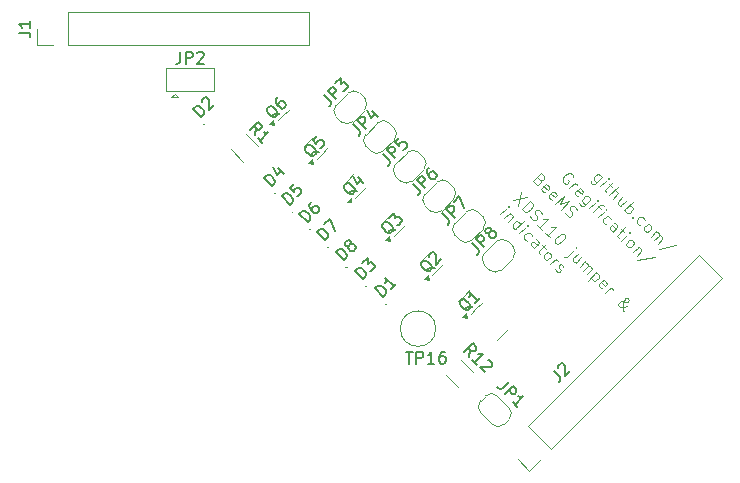
<source format=gbr>
%TF.GenerationSoftware,KiCad,Pcbnew,9.0.2*%
%TF.CreationDate,2025-07-19T22:24:43-05:00*%
%TF.ProjectId,XDS110 onboard prog breakout,58445331-3130-4206-9f6e-626f61726420,rev?*%
%TF.SameCoordinates,Original*%
%TF.FileFunction,Legend,Top*%
%TF.FilePolarity,Positive*%
%FSLAX46Y46*%
G04 Gerber Fmt 4.6, Leading zero omitted, Abs format (unit mm)*
G04 Created by KiCad (PCBNEW 9.0.2) date 2025-07-19 22:24:43*
%MOMM*%
%LPD*%
G01*
G04 APERTURE LIST*
%ADD10C,0.100000*%
%ADD11C,0.150000*%
%ADD12C,0.120000*%
G04 APERTURE END LIST*
D10*
X126433257Y-108311812D02*
X126197554Y-109490324D01*
X126904661Y-108783217D02*
X125726150Y-109018919D01*
X126466929Y-109759698D02*
X127174035Y-109052591D01*
X127174035Y-109052591D02*
X127342394Y-109220950D01*
X127342394Y-109220950D02*
X127409738Y-109355637D01*
X127409738Y-109355637D02*
X127409738Y-109490324D01*
X127409738Y-109490324D02*
X127376066Y-109591339D01*
X127376066Y-109591339D02*
X127275051Y-109759698D01*
X127275051Y-109759698D02*
X127174035Y-109860713D01*
X127174035Y-109860713D02*
X127005677Y-109961728D01*
X127005677Y-109961728D02*
X126904661Y-109995400D01*
X126904661Y-109995400D02*
X126769974Y-109995400D01*
X126769974Y-109995400D02*
X126635287Y-109928057D01*
X126635287Y-109928057D02*
X126466929Y-109759698D01*
X127174035Y-110399461D02*
X127241379Y-110534148D01*
X127241379Y-110534148D02*
X127409738Y-110702507D01*
X127409738Y-110702507D02*
X127510753Y-110736179D01*
X127510753Y-110736179D02*
X127578096Y-110736179D01*
X127578096Y-110736179D02*
X127679112Y-110702507D01*
X127679112Y-110702507D02*
X127746455Y-110635163D01*
X127746455Y-110635163D02*
X127780127Y-110534148D01*
X127780127Y-110534148D02*
X127780127Y-110466805D01*
X127780127Y-110466805D02*
X127746455Y-110365789D01*
X127746455Y-110365789D02*
X127645440Y-110197431D01*
X127645440Y-110197431D02*
X127611768Y-110096415D01*
X127611768Y-110096415D02*
X127611768Y-110029072D01*
X127611768Y-110029072D02*
X127645440Y-109928057D01*
X127645440Y-109928057D02*
X127712783Y-109860713D01*
X127712783Y-109860713D02*
X127813799Y-109827041D01*
X127813799Y-109827041D02*
X127881142Y-109827041D01*
X127881142Y-109827041D02*
X127982157Y-109860713D01*
X127982157Y-109860713D02*
X128150516Y-110029072D01*
X128150516Y-110029072D02*
X128217860Y-110163759D01*
X128217860Y-111510629D02*
X127813799Y-111106568D01*
X128015829Y-111308598D02*
X128722936Y-110601492D01*
X128722936Y-110601492D02*
X128554577Y-110635163D01*
X128554577Y-110635163D02*
X128419890Y-110635163D01*
X128419890Y-110635163D02*
X128318875Y-110601492D01*
X128891295Y-112184064D02*
X128487234Y-111780003D01*
X128689264Y-111982033D02*
X129396371Y-111274927D01*
X129396371Y-111274927D02*
X129228012Y-111308598D01*
X129228012Y-111308598D02*
X129093325Y-111308598D01*
X129093325Y-111308598D02*
X128992310Y-111274927D01*
X130036134Y-111914690D02*
X130103478Y-111982034D01*
X130103478Y-111982034D02*
X130137150Y-112083049D01*
X130137150Y-112083049D02*
X130137150Y-112150392D01*
X130137150Y-112150392D02*
X130103478Y-112251408D01*
X130103478Y-112251408D02*
X130002463Y-112419766D01*
X130002463Y-112419766D02*
X129834104Y-112588125D01*
X129834104Y-112588125D02*
X129665745Y-112689140D01*
X129665745Y-112689140D02*
X129564730Y-112722812D01*
X129564730Y-112722812D02*
X129497386Y-112722812D01*
X129497386Y-112722812D02*
X129396371Y-112689140D01*
X129396371Y-112689140D02*
X129329028Y-112621797D01*
X129329028Y-112621797D02*
X129295356Y-112520782D01*
X129295356Y-112520782D02*
X129295356Y-112453438D01*
X129295356Y-112453438D02*
X129329028Y-112352423D01*
X129329028Y-112352423D02*
X129430043Y-112184064D01*
X129430043Y-112184064D02*
X129598402Y-112015705D01*
X129598402Y-112015705D02*
X129766760Y-111914690D01*
X129766760Y-111914690D02*
X129867776Y-111881018D01*
X129867776Y-111881018D02*
X129935119Y-111881018D01*
X129935119Y-111881018D02*
X130036134Y-111914690D01*
X130877928Y-113227889D02*
X130271837Y-113833980D01*
X130271837Y-113833980D02*
X130170821Y-113867652D01*
X130170821Y-113867652D02*
X130069806Y-113833980D01*
X130069806Y-113833980D02*
X130036134Y-113800308D01*
X131113631Y-112992186D02*
X131046287Y-112992186D01*
X131046287Y-112992186D02*
X131046287Y-113059530D01*
X131046287Y-113059530D02*
X131113631Y-113059530D01*
X131113631Y-113059530D02*
X131113631Y-112992186D01*
X131113631Y-112992186D02*
X131046287Y-113059530D01*
X131517691Y-113867651D02*
X131046287Y-114339056D01*
X131214645Y-113564606D02*
X130844256Y-113934995D01*
X130844256Y-113934995D02*
X130810584Y-114036010D01*
X130810584Y-114036010D02*
X130844256Y-114137025D01*
X130844256Y-114137025D02*
X130945271Y-114238041D01*
X130945271Y-114238041D02*
X131046287Y-114271712D01*
X131046287Y-114271712D02*
X131113630Y-114271712D01*
X131383004Y-114675774D02*
X131854409Y-114204369D01*
X131787065Y-114271713D02*
X131854409Y-114271713D01*
X131854409Y-114271713D02*
X131955424Y-114305384D01*
X131955424Y-114305384D02*
X132056439Y-114406400D01*
X132056439Y-114406400D02*
X132090111Y-114507415D01*
X132090111Y-114507415D02*
X132056439Y-114608430D01*
X132056439Y-114608430D02*
X131686050Y-114978819D01*
X132056439Y-114608430D02*
X132157455Y-114574758D01*
X132157455Y-114574758D02*
X132258470Y-114608430D01*
X132258470Y-114608430D02*
X132359485Y-114709445D01*
X132359485Y-114709445D02*
X132393157Y-114810461D01*
X132393157Y-114810461D02*
X132359485Y-114911476D01*
X132359485Y-114911476D02*
X131989096Y-115281865D01*
X132797218Y-115147178D02*
X132090111Y-115854285D01*
X132763546Y-115180850D02*
X132864561Y-115214521D01*
X132864561Y-115214521D02*
X132999248Y-115349208D01*
X132999248Y-115349208D02*
X133032920Y-115450224D01*
X133032920Y-115450224D02*
X133032920Y-115517567D01*
X133032920Y-115517567D02*
X132999248Y-115618582D01*
X132999248Y-115618582D02*
X132797218Y-115820613D01*
X132797218Y-115820613D02*
X132696202Y-115854285D01*
X132696202Y-115854285D02*
X132628859Y-115854285D01*
X132628859Y-115854285D02*
X132527844Y-115820613D01*
X132527844Y-115820613D02*
X132393157Y-115685926D01*
X132393157Y-115685926D02*
X132359485Y-115584911D01*
X133268622Y-116494048D02*
X133167607Y-116460376D01*
X133167607Y-116460376D02*
X133032920Y-116325689D01*
X133032920Y-116325689D02*
X132999248Y-116224674D01*
X132999248Y-116224674D02*
X133032920Y-116123659D01*
X133032920Y-116123659D02*
X133302294Y-115854285D01*
X133302294Y-115854285D02*
X133403309Y-115820613D01*
X133403309Y-115820613D02*
X133504324Y-115854285D01*
X133504324Y-115854285D02*
X133639011Y-115988972D01*
X133639011Y-115988972D02*
X133672683Y-116089987D01*
X133672683Y-116089987D02*
X133639011Y-116191002D01*
X133639011Y-116191002D02*
X133571668Y-116258346D01*
X133571668Y-116258346D02*
X133167607Y-115988972D01*
X133571668Y-116864437D02*
X134043073Y-116393033D01*
X133908386Y-116527720D02*
X134009401Y-116494048D01*
X134009401Y-116494048D02*
X134076744Y-116494048D01*
X134076744Y-116494048D02*
X134177760Y-116527720D01*
X134177760Y-116527720D02*
X134245103Y-116595063D01*
X135120569Y-118413338D02*
X135086897Y-118379667D01*
X135086897Y-118379667D02*
X135053226Y-118278651D01*
X135053226Y-118278651D02*
X135053226Y-118076621D01*
X135053226Y-118076621D02*
X135086897Y-117706232D01*
X135086897Y-117706232D02*
X135120569Y-117537873D01*
X135120569Y-117537873D02*
X135187913Y-117403186D01*
X135187913Y-117403186D02*
X135255256Y-117335842D01*
X135255256Y-117335842D02*
X135356271Y-117302171D01*
X135356271Y-117302171D02*
X135457287Y-117335842D01*
X135457287Y-117335842D02*
X135490958Y-117369514D01*
X135490958Y-117369514D02*
X135524630Y-117470529D01*
X135524630Y-117470529D02*
X135490958Y-117571545D01*
X135490958Y-117571545D02*
X135457287Y-117605216D01*
X135457287Y-117605216D02*
X135356271Y-117638888D01*
X135356271Y-117638888D02*
X135288928Y-117638888D01*
X135288928Y-117638888D02*
X134952210Y-117571545D01*
X134952210Y-117571545D02*
X134884867Y-117571545D01*
X134884867Y-117571545D02*
X134783852Y-117605216D01*
X134783852Y-117605216D02*
X134682836Y-117706232D01*
X134682836Y-117706232D02*
X134649165Y-117807247D01*
X134649165Y-117807247D02*
X134649165Y-117874590D01*
X134649165Y-117874590D02*
X134682836Y-117975606D01*
X134682836Y-117975606D02*
X134783852Y-118076621D01*
X134783852Y-118076621D02*
X134884867Y-118110293D01*
X134884867Y-118110293D02*
X134952210Y-118110293D01*
X134952210Y-118110293D02*
X135187913Y-118076621D01*
X135187913Y-118076621D02*
X135322600Y-118009277D01*
X135322600Y-118009277D02*
X135389943Y-117941934D01*
X124655091Y-110224665D02*
X125126496Y-109753260D01*
X125362198Y-109517558D02*
X125294855Y-109517558D01*
X125294855Y-109517558D02*
X125294855Y-109584901D01*
X125294855Y-109584901D02*
X125362198Y-109584901D01*
X125362198Y-109584901D02*
X125362198Y-109517558D01*
X125362198Y-109517558D02*
X125294855Y-109584901D01*
X125463213Y-110089977D02*
X124991809Y-110561382D01*
X125395870Y-110157321D02*
X125463213Y-110157321D01*
X125463213Y-110157321D02*
X125564228Y-110190993D01*
X125564228Y-110190993D02*
X125665244Y-110292008D01*
X125665244Y-110292008D02*
X125698915Y-110393023D01*
X125698915Y-110393023D02*
X125665244Y-110494038D01*
X125665244Y-110494038D02*
X125294854Y-110864428D01*
X125934618Y-111504191D02*
X126641725Y-110797084D01*
X125968290Y-111470519D02*
X125867274Y-111436848D01*
X125867274Y-111436848D02*
X125732587Y-111302161D01*
X125732587Y-111302161D02*
X125698915Y-111201145D01*
X125698915Y-111201145D02*
X125698915Y-111133802D01*
X125698915Y-111133802D02*
X125732587Y-111032787D01*
X125732587Y-111032787D02*
X125934618Y-110830756D01*
X125934618Y-110830756D02*
X126035633Y-110797084D01*
X126035633Y-110797084D02*
X126102977Y-110797084D01*
X126102977Y-110797084D02*
X126203992Y-110830756D01*
X126203992Y-110830756D02*
X126338679Y-110965443D01*
X126338679Y-110965443D02*
X126372351Y-111066458D01*
X126271335Y-111840909D02*
X126742740Y-111369504D01*
X126978442Y-111133802D02*
X126911099Y-111133802D01*
X126911099Y-111133802D02*
X126911099Y-111201145D01*
X126911099Y-111201145D02*
X126978442Y-111201145D01*
X126978442Y-111201145D02*
X126978442Y-111133802D01*
X126978442Y-111133802D02*
X126911099Y-111201145D01*
X126944770Y-112447000D02*
X126843755Y-112413328D01*
X126843755Y-112413328D02*
X126709068Y-112278641D01*
X126709068Y-112278641D02*
X126675396Y-112177626D01*
X126675396Y-112177626D02*
X126675396Y-112110282D01*
X126675396Y-112110282D02*
X126709068Y-112009267D01*
X126709068Y-112009267D02*
X126911098Y-111807237D01*
X126911098Y-111807237D02*
X127012114Y-111773565D01*
X127012114Y-111773565D02*
X127079457Y-111773565D01*
X127079457Y-111773565D02*
X127180472Y-111807237D01*
X127180472Y-111807237D02*
X127315159Y-111941924D01*
X127315159Y-111941924D02*
X127348831Y-112042939D01*
X127517190Y-113086763D02*
X127887579Y-112716374D01*
X127887579Y-112716374D02*
X127921251Y-112615359D01*
X127921251Y-112615359D02*
X127887579Y-112514343D01*
X127887579Y-112514343D02*
X127752892Y-112379656D01*
X127752892Y-112379656D02*
X127651877Y-112345985D01*
X127550862Y-113053091D02*
X127449846Y-113019420D01*
X127449846Y-113019420D02*
X127281488Y-112851061D01*
X127281488Y-112851061D02*
X127247816Y-112750046D01*
X127247816Y-112750046D02*
X127281488Y-112649030D01*
X127281488Y-112649030D02*
X127348831Y-112581687D01*
X127348831Y-112581687D02*
X127449846Y-112548015D01*
X127449846Y-112548015D02*
X127550862Y-112581687D01*
X127550862Y-112581687D02*
X127719220Y-112750046D01*
X127719220Y-112750046D02*
X127820236Y-112783717D01*
X128224297Y-112851061D02*
X128493671Y-113120435D01*
X128561014Y-112716374D02*
X127954923Y-113322466D01*
X127954923Y-113322466D02*
X127921251Y-113423481D01*
X127921251Y-113423481D02*
X127954923Y-113524496D01*
X127954923Y-113524496D02*
X128022266Y-113591840D01*
X128358984Y-113928557D02*
X128325312Y-113827542D01*
X128325312Y-113827542D02*
X128325312Y-113760199D01*
X128325312Y-113760199D02*
X128358984Y-113659183D01*
X128358984Y-113659183D02*
X128561015Y-113457153D01*
X128561015Y-113457153D02*
X128662030Y-113423481D01*
X128662030Y-113423481D02*
X128729373Y-113423481D01*
X128729373Y-113423481D02*
X128830389Y-113457153D01*
X128830389Y-113457153D02*
X128931404Y-113558168D01*
X128931404Y-113558168D02*
X128965076Y-113659183D01*
X128965076Y-113659183D02*
X128965076Y-113726527D01*
X128965076Y-113726527D02*
X128931404Y-113827542D01*
X128931404Y-113827542D02*
X128729373Y-114029573D01*
X128729373Y-114029573D02*
X128628358Y-114063244D01*
X128628358Y-114063244D02*
X128561015Y-114063244D01*
X128561015Y-114063244D02*
X128459999Y-114029573D01*
X128459999Y-114029573D02*
X128358984Y-113928557D01*
X128897732Y-114467305D02*
X129369137Y-113995901D01*
X129234450Y-114130588D02*
X129335465Y-114096916D01*
X129335465Y-114096916D02*
X129402808Y-114096916D01*
X129402808Y-114096916D02*
X129503824Y-114130588D01*
X129503824Y-114130588D02*
X129571167Y-114197931D01*
X129335465Y-114837695D02*
X129369137Y-114938710D01*
X129369137Y-114938710D02*
X129503824Y-115073397D01*
X129503824Y-115073397D02*
X129604839Y-115107069D01*
X129604839Y-115107069D02*
X129705854Y-115073397D01*
X129705854Y-115073397D02*
X129739526Y-115039725D01*
X129739526Y-115039725D02*
X129773198Y-114938710D01*
X129773198Y-114938710D02*
X129739526Y-114837695D01*
X129739526Y-114837695D02*
X129638511Y-114736680D01*
X129638511Y-114736680D02*
X129604839Y-114635664D01*
X129604839Y-114635664D02*
X129638511Y-114534649D01*
X129638511Y-114534649D02*
X129672183Y-114500977D01*
X129672183Y-114500977D02*
X129773198Y-114467306D01*
X129773198Y-114467306D02*
X129874213Y-114500977D01*
X129874213Y-114500977D02*
X129975228Y-114601993D01*
X129975228Y-114601993D02*
X130008900Y-114703008D01*
X128011183Y-107289978D02*
X128078526Y-107424665D01*
X128078526Y-107424665D02*
X128078526Y-107492008D01*
X128078526Y-107492008D02*
X128044855Y-107593024D01*
X128044855Y-107593024D02*
X127943839Y-107694039D01*
X127943839Y-107694039D02*
X127842824Y-107727711D01*
X127842824Y-107727711D02*
X127775481Y-107727711D01*
X127775481Y-107727711D02*
X127674465Y-107694039D01*
X127674465Y-107694039D02*
X127405091Y-107424665D01*
X127405091Y-107424665D02*
X128112198Y-106717558D01*
X128112198Y-106717558D02*
X128347901Y-106953260D01*
X128347901Y-106953260D02*
X128381572Y-107054275D01*
X128381572Y-107054275D02*
X128381572Y-107121619D01*
X128381572Y-107121619D02*
X128347901Y-107222634D01*
X128347901Y-107222634D02*
X128280557Y-107289978D01*
X128280557Y-107289978D02*
X128179542Y-107323649D01*
X128179542Y-107323649D02*
X128112198Y-107323649D01*
X128112198Y-107323649D02*
X128011183Y-107289978D01*
X128011183Y-107289978D02*
X127775481Y-107054275D01*
X128415244Y-108367474D02*
X128314229Y-108333802D01*
X128314229Y-108333802D02*
X128179542Y-108199115D01*
X128179542Y-108199115D02*
X128145870Y-108098100D01*
X128145870Y-108098100D02*
X128179542Y-107997085D01*
X128179542Y-107997085D02*
X128448916Y-107727711D01*
X128448916Y-107727711D02*
X128549931Y-107694039D01*
X128549931Y-107694039D02*
X128650946Y-107727711D01*
X128650946Y-107727711D02*
X128785633Y-107862398D01*
X128785633Y-107862398D02*
X128819305Y-107963413D01*
X128819305Y-107963413D02*
X128785633Y-108064428D01*
X128785633Y-108064428D02*
X128718290Y-108131772D01*
X128718290Y-108131772D02*
X128314229Y-107862398D01*
X129021336Y-108973565D02*
X128920320Y-108939894D01*
X128920320Y-108939894D02*
X128785633Y-108805207D01*
X128785633Y-108805207D02*
X128751962Y-108704191D01*
X128751962Y-108704191D02*
X128785633Y-108603176D01*
X128785633Y-108603176D02*
X129055007Y-108333802D01*
X129055007Y-108333802D02*
X129156023Y-108300130D01*
X129156023Y-108300130D02*
X129257038Y-108333802D01*
X129257038Y-108333802D02*
X129391725Y-108468489D01*
X129391725Y-108468489D02*
X129425397Y-108569504D01*
X129425397Y-108569504D02*
X129391725Y-108670520D01*
X129391725Y-108670520D02*
X129324381Y-108737863D01*
X129324381Y-108737863D02*
X128920320Y-108468489D01*
X129324381Y-109343955D02*
X130031488Y-108636848D01*
X130031488Y-108636848D02*
X129762114Y-109377627D01*
X129762114Y-109377627D02*
X130502893Y-109108253D01*
X130502893Y-109108253D02*
X129795786Y-109815359D01*
X130132503Y-110084733D02*
X130199847Y-110219420D01*
X130199847Y-110219420D02*
X130368206Y-110387779D01*
X130368206Y-110387779D02*
X130469221Y-110421451D01*
X130469221Y-110421451D02*
X130536564Y-110421451D01*
X130536564Y-110421451D02*
X130637580Y-110387779D01*
X130637580Y-110387779D02*
X130704923Y-110320435D01*
X130704923Y-110320435D02*
X130738595Y-110219420D01*
X130738595Y-110219420D02*
X130738595Y-110152077D01*
X130738595Y-110152077D02*
X130704923Y-110051061D01*
X130704923Y-110051061D02*
X130603908Y-109882703D01*
X130603908Y-109882703D02*
X130570236Y-109781687D01*
X130570236Y-109781687D02*
X130570236Y-109714344D01*
X130570236Y-109714344D02*
X130603908Y-109613329D01*
X130603908Y-109613329D02*
X130671251Y-109545985D01*
X130671251Y-109545985D02*
X130772267Y-109512313D01*
X130772267Y-109512313D02*
X130839610Y-109512313D01*
X130839610Y-109512313D02*
X130940625Y-109545985D01*
X130940625Y-109545985D02*
X131108984Y-109714344D01*
X131108984Y-109714344D02*
X131176328Y-109849031D01*
X130848916Y-107021619D02*
X130815244Y-106920604D01*
X130815244Y-106920604D02*
X130714229Y-106819588D01*
X130714229Y-106819588D02*
X130579542Y-106752245D01*
X130579542Y-106752245D02*
X130444855Y-106752245D01*
X130444855Y-106752245D02*
X130343839Y-106785917D01*
X130343839Y-106785917D02*
X130175481Y-106886932D01*
X130175481Y-106886932D02*
X130074465Y-106987947D01*
X130074465Y-106987947D02*
X129973450Y-107156306D01*
X129973450Y-107156306D02*
X129939778Y-107257321D01*
X129939778Y-107257321D02*
X129939778Y-107392008D01*
X129939778Y-107392008D02*
X130007122Y-107526695D01*
X130007122Y-107526695D02*
X130074465Y-107594039D01*
X130074465Y-107594039D02*
X130209152Y-107661382D01*
X130209152Y-107661382D02*
X130276496Y-107661382D01*
X130276496Y-107661382D02*
X130512198Y-107425680D01*
X130512198Y-107425680D02*
X130377511Y-107290993D01*
X130512198Y-108031772D02*
X130983603Y-107560367D01*
X130848916Y-107695054D02*
X130949931Y-107661382D01*
X130949931Y-107661382D02*
X131017275Y-107661382D01*
X131017275Y-107661382D02*
X131118290Y-107695054D01*
X131118290Y-107695054D02*
X131185633Y-107762398D01*
X131252977Y-108705207D02*
X131151962Y-108671535D01*
X131151962Y-108671535D02*
X131017275Y-108536848D01*
X131017275Y-108536848D02*
X130983603Y-108435833D01*
X130983603Y-108435833D02*
X131017275Y-108334818D01*
X131017275Y-108334818D02*
X131286649Y-108065444D01*
X131286649Y-108065444D02*
X131387664Y-108031772D01*
X131387664Y-108031772D02*
X131488679Y-108065444D01*
X131488679Y-108065444D02*
X131623366Y-108200131D01*
X131623366Y-108200131D02*
X131657038Y-108301146D01*
X131657038Y-108301146D02*
X131623366Y-108402161D01*
X131623366Y-108402161D02*
X131556023Y-108469505D01*
X131556023Y-108469505D02*
X131151962Y-108200131D01*
X132330473Y-108907237D02*
X131758053Y-109479657D01*
X131758053Y-109479657D02*
X131657038Y-109513329D01*
X131657038Y-109513329D02*
X131589695Y-109513329D01*
X131589695Y-109513329D02*
X131488679Y-109479657D01*
X131488679Y-109479657D02*
X131387664Y-109378642D01*
X131387664Y-109378642D02*
X131353992Y-109277627D01*
X131892740Y-109344970D02*
X131791725Y-109311298D01*
X131791725Y-109311298D02*
X131657038Y-109176611D01*
X131657038Y-109176611D02*
X131623366Y-109075596D01*
X131623366Y-109075596D02*
X131623366Y-109008253D01*
X131623366Y-109008253D02*
X131657038Y-108907237D01*
X131657038Y-108907237D02*
X131859069Y-108705207D01*
X131859069Y-108705207D02*
X131960084Y-108671535D01*
X131960084Y-108671535D02*
X132027427Y-108671535D01*
X132027427Y-108671535D02*
X132128443Y-108705207D01*
X132128443Y-108705207D02*
X132263130Y-108839894D01*
X132263130Y-108839894D02*
X132296801Y-108940909D01*
X132195786Y-109715360D02*
X132667191Y-109243955D01*
X132902893Y-109008253D02*
X132835550Y-109008253D01*
X132835550Y-109008253D02*
X132835550Y-109075596D01*
X132835550Y-109075596D02*
X132902893Y-109075596D01*
X132902893Y-109075596D02*
X132902893Y-109008253D01*
X132902893Y-109008253D02*
X132835550Y-109075596D01*
X132902893Y-109479657D02*
X133172267Y-109749031D01*
X132532503Y-110052077D02*
X133138595Y-109445985D01*
X133138595Y-109445985D02*
X133239610Y-109412313D01*
X133239610Y-109412313D02*
X133340625Y-109445985D01*
X133340625Y-109445985D02*
X133407969Y-109513329D01*
X132936565Y-110456138D02*
X133407969Y-109984734D01*
X133643672Y-109749031D02*
X133576328Y-109749031D01*
X133576328Y-109749031D02*
X133576328Y-109816375D01*
X133576328Y-109816375D02*
X133643672Y-109816375D01*
X133643672Y-109816375D02*
X133643672Y-109749031D01*
X133643672Y-109749031D02*
X133576328Y-109816375D01*
X133609999Y-111062229D02*
X133508984Y-111028557D01*
X133508984Y-111028557D02*
X133374297Y-110893870D01*
X133374297Y-110893870D02*
X133340625Y-110792855D01*
X133340625Y-110792855D02*
X133340625Y-110725512D01*
X133340625Y-110725512D02*
X133374297Y-110624496D01*
X133374297Y-110624496D02*
X133576328Y-110422466D01*
X133576328Y-110422466D02*
X133677343Y-110388794D01*
X133677343Y-110388794D02*
X133744686Y-110388794D01*
X133744686Y-110388794D02*
X133845702Y-110422466D01*
X133845702Y-110422466D02*
X133980389Y-110557153D01*
X133980389Y-110557153D02*
X134014060Y-110658168D01*
X134182419Y-111701993D02*
X134552809Y-111331603D01*
X134552809Y-111331603D02*
X134586480Y-111230588D01*
X134586480Y-111230588D02*
X134552809Y-111129573D01*
X134552809Y-111129573D02*
X134418122Y-110994886D01*
X134418122Y-110994886D02*
X134317106Y-110961214D01*
X134216091Y-111668321D02*
X134115076Y-111634649D01*
X134115076Y-111634649D02*
X133946717Y-111466290D01*
X133946717Y-111466290D02*
X133913045Y-111365275D01*
X133913045Y-111365275D02*
X133946717Y-111264260D01*
X133946717Y-111264260D02*
X134014061Y-111196916D01*
X134014061Y-111196916D02*
X134115076Y-111163245D01*
X134115076Y-111163245D02*
X134216091Y-111196916D01*
X134216091Y-111196916D02*
X134384450Y-111365275D01*
X134384450Y-111365275D02*
X134485465Y-111398947D01*
X134889526Y-111466290D02*
X135158900Y-111735664D01*
X135226244Y-111331603D02*
X134620152Y-111937695D01*
X134620152Y-111937695D02*
X134586480Y-112038710D01*
X134586480Y-112038710D02*
X134620152Y-112139725D01*
X134620152Y-112139725D02*
X134687496Y-112207069D01*
X134923198Y-112442772D02*
X135394603Y-111971367D01*
X135630305Y-111735665D02*
X135562962Y-111735665D01*
X135562962Y-111735665D02*
X135562962Y-111803008D01*
X135562962Y-111803008D02*
X135630305Y-111803008D01*
X135630305Y-111803008D02*
X135630305Y-111735665D01*
X135630305Y-111735665D02*
X135562962Y-111803008D01*
X135360931Y-112880504D02*
X135327259Y-112779489D01*
X135327259Y-112779489D02*
X135327259Y-112712145D01*
X135327259Y-112712145D02*
X135360931Y-112611130D01*
X135360931Y-112611130D02*
X135562961Y-112409099D01*
X135562961Y-112409099D02*
X135663976Y-112375428D01*
X135663976Y-112375428D02*
X135731320Y-112375428D01*
X135731320Y-112375428D02*
X135832335Y-112409099D01*
X135832335Y-112409099D02*
X135933350Y-112510115D01*
X135933350Y-112510115D02*
X135967022Y-112611130D01*
X135967022Y-112611130D02*
X135967022Y-112678473D01*
X135967022Y-112678473D02*
X135933350Y-112779489D01*
X135933350Y-112779489D02*
X135731320Y-112981519D01*
X135731320Y-112981519D02*
X135630305Y-113015191D01*
X135630305Y-113015191D02*
X135562961Y-113015191D01*
X135562961Y-113015191D02*
X135461946Y-112981519D01*
X135461946Y-112981519D02*
X135360931Y-112880504D01*
X136371083Y-112947848D02*
X135899679Y-113419252D01*
X136303740Y-113015191D02*
X136371083Y-113015191D01*
X136371083Y-113015191D02*
X136472099Y-113048863D01*
X136472099Y-113048863D02*
X136573114Y-113149878D01*
X136573114Y-113149878D02*
X136606786Y-113250893D01*
X136606786Y-113250893D02*
X136573114Y-113351909D01*
X136573114Y-113351909D02*
X136202725Y-113722298D01*
X137785297Y-113823313D02*
X136270068Y-114126359D01*
X133279542Y-107056306D02*
X132707122Y-107628726D01*
X132707122Y-107628726D02*
X132606107Y-107662398D01*
X132606107Y-107662398D02*
X132538763Y-107662398D01*
X132538763Y-107662398D02*
X132437748Y-107628726D01*
X132437748Y-107628726D02*
X132336733Y-107527711D01*
X132336733Y-107527711D02*
X132303061Y-107426695D01*
X132841809Y-107494039D02*
X132740794Y-107460367D01*
X132740794Y-107460367D02*
X132606107Y-107325680D01*
X132606107Y-107325680D02*
X132572435Y-107224665D01*
X132572435Y-107224665D02*
X132572435Y-107157321D01*
X132572435Y-107157321D02*
X132606107Y-107056306D01*
X132606107Y-107056306D02*
X132808137Y-106854275D01*
X132808137Y-106854275D02*
X132909152Y-106820604D01*
X132909152Y-106820604D02*
X132976496Y-106820604D01*
X132976496Y-106820604D02*
X133077511Y-106854275D01*
X133077511Y-106854275D02*
X133212198Y-106988962D01*
X133212198Y-106988962D02*
X133245870Y-107089978D01*
X133144855Y-107864428D02*
X133616259Y-107393024D01*
X133851962Y-107157321D02*
X133784618Y-107157321D01*
X133784618Y-107157321D02*
X133784618Y-107224665D01*
X133784618Y-107224665D02*
X133851962Y-107224665D01*
X133851962Y-107224665D02*
X133851962Y-107157321D01*
X133851962Y-107157321D02*
X133784618Y-107224665D01*
X133851961Y-107628725D02*
X134121335Y-107898100D01*
X134188679Y-107494038D02*
X133582587Y-108100130D01*
X133582587Y-108100130D02*
X133548915Y-108201145D01*
X133548915Y-108201145D02*
X133582587Y-108302161D01*
X133582587Y-108302161D02*
X133649931Y-108369504D01*
X133885633Y-108605207D02*
X134592740Y-107898100D01*
X134188679Y-108908252D02*
X134559068Y-108537863D01*
X134559068Y-108537863D02*
X134592740Y-108436848D01*
X134592740Y-108436848D02*
X134559068Y-108335833D01*
X134559068Y-108335833D02*
X134458053Y-108234817D01*
X134458053Y-108234817D02*
X134357038Y-108201146D01*
X134357038Y-108201146D02*
X134289694Y-108201146D01*
X135299847Y-109076611D02*
X134828442Y-109548016D01*
X134996801Y-108773565D02*
X134626412Y-109143955D01*
X134626412Y-109143955D02*
X134592740Y-109244970D01*
X134592740Y-109244970D02*
X134626412Y-109345985D01*
X134626412Y-109345985D02*
X134727427Y-109447000D01*
X134727427Y-109447000D02*
X134828442Y-109480672D01*
X134828442Y-109480672D02*
X134895786Y-109480672D01*
X135165160Y-109884733D02*
X135872267Y-109177627D01*
X135602893Y-109447001D02*
X135703908Y-109480672D01*
X135703908Y-109480672D02*
X135838595Y-109615359D01*
X135838595Y-109615359D02*
X135872267Y-109716375D01*
X135872267Y-109716375D02*
X135872267Y-109783718D01*
X135872267Y-109783718D02*
X135838595Y-109884733D01*
X135838595Y-109884733D02*
X135636565Y-110086764D01*
X135636565Y-110086764D02*
X135535549Y-110120436D01*
X135535549Y-110120436D02*
X135468206Y-110120436D01*
X135468206Y-110120436D02*
X135367191Y-110086764D01*
X135367191Y-110086764D02*
X135232504Y-109952077D01*
X135232504Y-109952077D02*
X135198832Y-109851062D01*
X135872267Y-110457153D02*
X135872267Y-110524497D01*
X135872267Y-110524497D02*
X135804923Y-110524497D01*
X135804923Y-110524497D02*
X135804923Y-110457153D01*
X135804923Y-110457153D02*
X135872267Y-110457153D01*
X135872267Y-110457153D02*
X135804923Y-110524497D01*
X136478358Y-111130588D02*
X136377343Y-111096916D01*
X136377343Y-111096916D02*
X136242656Y-110962229D01*
X136242656Y-110962229D02*
X136208984Y-110861214D01*
X136208984Y-110861214D02*
X136208984Y-110793870D01*
X136208984Y-110793870D02*
X136242656Y-110692855D01*
X136242656Y-110692855D02*
X136444686Y-110490825D01*
X136444686Y-110490825D02*
X136545702Y-110457153D01*
X136545702Y-110457153D02*
X136613045Y-110457153D01*
X136613045Y-110457153D02*
X136714060Y-110490825D01*
X136714060Y-110490825D02*
X136848747Y-110625512D01*
X136848747Y-110625512D02*
X136882419Y-110726527D01*
X136848747Y-111568321D02*
X136815076Y-111467305D01*
X136815076Y-111467305D02*
X136815076Y-111399962D01*
X136815076Y-111399962D02*
X136848747Y-111298947D01*
X136848747Y-111298947D02*
X137050778Y-111096916D01*
X137050778Y-111096916D02*
X137151793Y-111063244D01*
X137151793Y-111063244D02*
X137219137Y-111063244D01*
X137219137Y-111063244D02*
X137320152Y-111096916D01*
X137320152Y-111096916D02*
X137421167Y-111197931D01*
X137421167Y-111197931D02*
X137454839Y-111298947D01*
X137454839Y-111298947D02*
X137454839Y-111366290D01*
X137454839Y-111366290D02*
X137421167Y-111467305D01*
X137421167Y-111467305D02*
X137219137Y-111669336D01*
X137219137Y-111669336D02*
X137118121Y-111703008D01*
X137118121Y-111703008D02*
X137050778Y-111703008D01*
X137050778Y-111703008D02*
X136949763Y-111669336D01*
X136949763Y-111669336D02*
X136848747Y-111568321D01*
X137387495Y-112107069D02*
X137858900Y-111635664D01*
X137791557Y-111703008D02*
X137858900Y-111703008D01*
X137858900Y-111703008D02*
X137959915Y-111736680D01*
X137959915Y-111736680D02*
X138060931Y-111837695D01*
X138060931Y-111837695D02*
X138094602Y-111938710D01*
X138094602Y-111938710D02*
X138060931Y-112039725D01*
X138060931Y-112039725D02*
X137690541Y-112410115D01*
X138060931Y-112039725D02*
X138161946Y-112006054D01*
X138161946Y-112006054D02*
X138262961Y-112039725D01*
X138262961Y-112039725D02*
X138363976Y-112140741D01*
X138363976Y-112140741D02*
X138397648Y-112241756D01*
X138397648Y-112241756D02*
X138363976Y-112342771D01*
X138363976Y-112342771D02*
X137993587Y-112713160D01*
X139576159Y-112814175D02*
X138060930Y-113117221D01*
D11*
X103854548Y-103509749D02*
X103955563Y-102937330D01*
X103450487Y-103105688D02*
X104157594Y-102398582D01*
X104157594Y-102398582D02*
X104426968Y-102667956D01*
X104426968Y-102667956D02*
X104460640Y-102768971D01*
X104460640Y-102768971D02*
X104460640Y-102836314D01*
X104460640Y-102836314D02*
X104426968Y-102937330D01*
X104426968Y-102937330D02*
X104325953Y-103038345D01*
X104325953Y-103038345D02*
X104224937Y-103072017D01*
X104224937Y-103072017D02*
X104157594Y-103072017D01*
X104157594Y-103072017D02*
X104056579Y-103038345D01*
X104056579Y-103038345D02*
X103787205Y-102768971D01*
X104527983Y-104183184D02*
X104123922Y-103779123D01*
X104325953Y-103981154D02*
X105033059Y-103274047D01*
X105033059Y-103274047D02*
X104864701Y-103307719D01*
X104864701Y-103307719D02*
X104730014Y-103307719D01*
X104730014Y-103307719D02*
X104628998Y-103274047D01*
X122023825Y-122267036D02*
X122124840Y-121694617D01*
X121619764Y-121862975D02*
X122326871Y-121155869D01*
X122326871Y-121155869D02*
X122596245Y-121425243D01*
X122596245Y-121425243D02*
X122629917Y-121526258D01*
X122629917Y-121526258D02*
X122629917Y-121593601D01*
X122629917Y-121593601D02*
X122596245Y-121694617D01*
X122596245Y-121694617D02*
X122495230Y-121795632D01*
X122495230Y-121795632D02*
X122394214Y-121829304D01*
X122394214Y-121829304D02*
X122326871Y-121829304D01*
X122326871Y-121829304D02*
X122225856Y-121795632D01*
X122225856Y-121795632D02*
X121956482Y-121526258D01*
X122697260Y-122940471D02*
X122293199Y-122536410D01*
X122495230Y-122738441D02*
X123202336Y-122031334D01*
X123202336Y-122031334D02*
X123033978Y-122065006D01*
X123033978Y-122065006D02*
X122899291Y-122065006D01*
X122899291Y-122065006D02*
X122798275Y-122031334D01*
X123606398Y-122570082D02*
X123673741Y-122570082D01*
X123673741Y-122570082D02*
X123774756Y-122603754D01*
X123774756Y-122603754D02*
X123943115Y-122772113D01*
X123943115Y-122772113D02*
X123976787Y-122873128D01*
X123976787Y-122873128D02*
X123976787Y-122940472D01*
X123976787Y-122940472D02*
X123943115Y-123041487D01*
X123943115Y-123041487D02*
X123875772Y-123108830D01*
X123875772Y-123108830D02*
X123741085Y-123176174D01*
X123741085Y-123176174D02*
X122932963Y-123176174D01*
X122932963Y-123176174D02*
X123370695Y-123613907D01*
X109845331Y-112412955D02*
X109138225Y-111705848D01*
X109138225Y-111705848D02*
X109306583Y-111537489D01*
X109306583Y-111537489D02*
X109441270Y-111470146D01*
X109441270Y-111470146D02*
X109575957Y-111470146D01*
X109575957Y-111470146D02*
X109676973Y-111503818D01*
X109676973Y-111503818D02*
X109845331Y-111604833D01*
X109845331Y-111604833D02*
X109946347Y-111705848D01*
X109946347Y-111705848D02*
X110047362Y-111874207D01*
X110047362Y-111874207D02*
X110081034Y-111975222D01*
X110081034Y-111975222D02*
X110081034Y-112109909D01*
X110081034Y-112109909D02*
X110013690Y-112244596D01*
X110013690Y-112244596D02*
X109845331Y-112412955D01*
X109777988Y-111066085D02*
X110249392Y-110594680D01*
X110249392Y-110594680D02*
X110653453Y-111604833D01*
X106022649Y-101671836D02*
X105921634Y-101705508D01*
X105921634Y-101705508D02*
X105786947Y-101705508D01*
X105786947Y-101705508D02*
X105584916Y-101705508D01*
X105584916Y-101705508D02*
X105483901Y-101739180D01*
X105483901Y-101739180D02*
X105416558Y-101806523D01*
X105618588Y-101941210D02*
X105517573Y-101974882D01*
X105517573Y-101974882D02*
X105382886Y-101974882D01*
X105382886Y-101974882D02*
X105214527Y-101873867D01*
X105214527Y-101873867D02*
X104978825Y-101638164D01*
X104978825Y-101638164D02*
X104877810Y-101469806D01*
X104877810Y-101469806D02*
X104877810Y-101335119D01*
X104877810Y-101335119D02*
X104911481Y-101234103D01*
X104911481Y-101234103D02*
X105046168Y-101099416D01*
X105046168Y-101099416D02*
X105147184Y-101065745D01*
X105147184Y-101065745D02*
X105281871Y-101065745D01*
X105281871Y-101065745D02*
X105450229Y-101166760D01*
X105450229Y-101166760D02*
X105685932Y-101402462D01*
X105685932Y-101402462D02*
X105786947Y-101570821D01*
X105786947Y-101570821D02*
X105786947Y-101705508D01*
X105786947Y-101705508D02*
X105753275Y-101806523D01*
X105753275Y-101806523D02*
X105618588Y-101941210D01*
X105820619Y-100324966D02*
X105685932Y-100459653D01*
X105685932Y-100459653D02*
X105652260Y-100560668D01*
X105652260Y-100560668D02*
X105652260Y-100628012D01*
X105652260Y-100628012D02*
X105685932Y-100796371D01*
X105685932Y-100796371D02*
X105786947Y-100964729D01*
X105786947Y-100964729D02*
X106056321Y-101234103D01*
X106056321Y-101234103D02*
X106157336Y-101267775D01*
X106157336Y-101267775D02*
X106224680Y-101267775D01*
X106224680Y-101267775D02*
X106325695Y-101234103D01*
X106325695Y-101234103D02*
X106460382Y-101099416D01*
X106460382Y-101099416D02*
X106494054Y-100998401D01*
X106494054Y-100998401D02*
X106494054Y-100931058D01*
X106494054Y-100931058D02*
X106460382Y-100830042D01*
X106460382Y-100830042D02*
X106292023Y-100661684D01*
X106292023Y-100661684D02*
X106191008Y-100628012D01*
X106191008Y-100628012D02*
X106123664Y-100628012D01*
X106123664Y-100628012D02*
X106022649Y-100661684D01*
X106022649Y-100661684D02*
X105887962Y-100796371D01*
X105887962Y-100796371D02*
X105854290Y-100897386D01*
X105854290Y-100897386D02*
X105854290Y-100964729D01*
X105854290Y-100964729D02*
X105887962Y-101065745D01*
X109721751Y-100100262D02*
X110226827Y-100605338D01*
X110226827Y-100605338D02*
X110294170Y-100740025D01*
X110294170Y-100740025D02*
X110294170Y-100874712D01*
X110294170Y-100874712D02*
X110226827Y-101009399D01*
X110226827Y-101009399D02*
X110159483Y-101076743D01*
X110765575Y-100470651D02*
X110058468Y-99763544D01*
X110058468Y-99763544D02*
X110327842Y-99494170D01*
X110327842Y-99494170D02*
X110428858Y-99460499D01*
X110428858Y-99460499D02*
X110496201Y-99460499D01*
X110496201Y-99460499D02*
X110597216Y-99494170D01*
X110597216Y-99494170D02*
X110698232Y-99595186D01*
X110698232Y-99595186D02*
X110731903Y-99696201D01*
X110731903Y-99696201D02*
X110731903Y-99763544D01*
X110731903Y-99763544D02*
X110698232Y-99864560D01*
X110698232Y-99864560D02*
X110428858Y-100133934D01*
X110698232Y-99123781D02*
X111135964Y-98686048D01*
X111135964Y-98686048D02*
X111169636Y-99191125D01*
X111169636Y-99191125D02*
X111270651Y-99090109D01*
X111270651Y-99090109D02*
X111371667Y-99056438D01*
X111371667Y-99056438D02*
X111439010Y-99056438D01*
X111439010Y-99056438D02*
X111540025Y-99090109D01*
X111540025Y-99090109D02*
X111708384Y-99258468D01*
X111708384Y-99258468D02*
X111742056Y-99359483D01*
X111742056Y-99359483D02*
X111742056Y-99426827D01*
X111742056Y-99426827D02*
X111708384Y-99527842D01*
X111708384Y-99527842D02*
X111506354Y-99729873D01*
X111506354Y-99729873D02*
X111405338Y-99763544D01*
X111405338Y-99763544D02*
X111337995Y-99763544D01*
X129178801Y-123450196D02*
X129683877Y-123955272D01*
X129683877Y-123955272D02*
X129751221Y-124089959D01*
X129751221Y-124089959D02*
X129751221Y-124224646D01*
X129751221Y-124224646D02*
X129683877Y-124359333D01*
X129683877Y-124359333D02*
X129616534Y-124426677D01*
X129549190Y-123214493D02*
X129549190Y-123147150D01*
X129549190Y-123147150D02*
X129582862Y-123046135D01*
X129582862Y-123046135D02*
X129751221Y-122877776D01*
X129751221Y-122877776D02*
X129852236Y-122844104D01*
X129852236Y-122844104D02*
X129919580Y-122844104D01*
X129919580Y-122844104D02*
X130020595Y-122877776D01*
X130020595Y-122877776D02*
X130087938Y-122945119D01*
X130087938Y-122945119D02*
X130155282Y-123079806D01*
X130155282Y-123079806D02*
X130155282Y-123887928D01*
X130155282Y-123887928D02*
X130593015Y-123450196D01*
X117252451Y-107630962D02*
X117757527Y-108136038D01*
X117757527Y-108136038D02*
X117824870Y-108270725D01*
X117824870Y-108270725D02*
X117824870Y-108405412D01*
X117824870Y-108405412D02*
X117757527Y-108540099D01*
X117757527Y-108540099D02*
X117690183Y-108607443D01*
X118296275Y-108001351D02*
X117589168Y-107294244D01*
X117589168Y-107294244D02*
X117858542Y-107024870D01*
X117858542Y-107024870D02*
X117959558Y-106991199D01*
X117959558Y-106991199D02*
X118026901Y-106991199D01*
X118026901Y-106991199D02*
X118127916Y-107024870D01*
X118127916Y-107024870D02*
X118228932Y-107125886D01*
X118228932Y-107125886D02*
X118262603Y-107226901D01*
X118262603Y-107226901D02*
X118262603Y-107294244D01*
X118262603Y-107294244D02*
X118228932Y-107395260D01*
X118228932Y-107395260D02*
X117959558Y-107664634D01*
X118599321Y-106284092D02*
X118464634Y-106418779D01*
X118464634Y-106418779D02*
X118430962Y-106519794D01*
X118430962Y-106519794D02*
X118430962Y-106587138D01*
X118430962Y-106587138D02*
X118464634Y-106755496D01*
X118464634Y-106755496D02*
X118565649Y-106923855D01*
X118565649Y-106923855D02*
X118835023Y-107193229D01*
X118835023Y-107193229D02*
X118936038Y-107226901D01*
X118936038Y-107226901D02*
X119003382Y-107226901D01*
X119003382Y-107226901D02*
X119104397Y-107193229D01*
X119104397Y-107193229D02*
X119239084Y-107058542D01*
X119239084Y-107058542D02*
X119272756Y-106957527D01*
X119272756Y-106957527D02*
X119272756Y-106890183D01*
X119272756Y-106890183D02*
X119239084Y-106789168D01*
X119239084Y-106789168D02*
X119070725Y-106620809D01*
X119070725Y-106620809D02*
X118969710Y-106587138D01*
X118969710Y-106587138D02*
X118902367Y-106587138D01*
X118902367Y-106587138D02*
X118801351Y-106620809D01*
X118801351Y-106620809D02*
X118666664Y-106755496D01*
X118666664Y-106755496D02*
X118632993Y-106856512D01*
X118632993Y-106856512D02*
X118632993Y-106923855D01*
X118632993Y-106923855D02*
X118666664Y-107024870D01*
X111438631Y-114094055D02*
X110731525Y-113386948D01*
X110731525Y-113386948D02*
X110899883Y-113218589D01*
X110899883Y-113218589D02*
X111034570Y-113151246D01*
X111034570Y-113151246D02*
X111169257Y-113151246D01*
X111169257Y-113151246D02*
X111270273Y-113184918D01*
X111270273Y-113184918D02*
X111438631Y-113285933D01*
X111438631Y-113285933D02*
X111539647Y-113386948D01*
X111539647Y-113386948D02*
X111640662Y-113555307D01*
X111640662Y-113555307D02*
X111674334Y-113656322D01*
X111674334Y-113656322D02*
X111674334Y-113791009D01*
X111674334Y-113791009D02*
X111606990Y-113925696D01*
X111606990Y-113925696D02*
X111438631Y-114094055D01*
X111842692Y-112881872D02*
X111741677Y-112915544D01*
X111741677Y-112915544D02*
X111674334Y-112915544D01*
X111674334Y-112915544D02*
X111573318Y-112881872D01*
X111573318Y-112881872D02*
X111539647Y-112848200D01*
X111539647Y-112848200D02*
X111505975Y-112747185D01*
X111505975Y-112747185D02*
X111505975Y-112679841D01*
X111505975Y-112679841D02*
X111539647Y-112578826D01*
X111539647Y-112578826D02*
X111674334Y-112444139D01*
X111674334Y-112444139D02*
X111775349Y-112410467D01*
X111775349Y-112410467D02*
X111842692Y-112410467D01*
X111842692Y-112410467D02*
X111943708Y-112444139D01*
X111943708Y-112444139D02*
X111977379Y-112477811D01*
X111977379Y-112477811D02*
X112011051Y-112578826D01*
X112011051Y-112578826D02*
X112011051Y-112646170D01*
X112011051Y-112646170D02*
X111977379Y-112747185D01*
X111977379Y-112747185D02*
X111842692Y-112881872D01*
X111842692Y-112881872D02*
X111809021Y-112982887D01*
X111809021Y-112982887D02*
X111809021Y-113050231D01*
X111809021Y-113050231D02*
X111842692Y-113151246D01*
X111842692Y-113151246D02*
X111977379Y-113285933D01*
X111977379Y-113285933D02*
X112078395Y-113319605D01*
X112078395Y-113319605D02*
X112145738Y-113319605D01*
X112145738Y-113319605D02*
X112246753Y-113285933D01*
X112246753Y-113285933D02*
X112381440Y-113151246D01*
X112381440Y-113151246D02*
X112415112Y-113050231D01*
X112415112Y-113050231D02*
X112415112Y-112982887D01*
X112415112Y-112982887D02*
X112381440Y-112881872D01*
X112381440Y-112881872D02*
X112246753Y-112747185D01*
X112246753Y-112747185D02*
X112145738Y-112713513D01*
X112145738Y-112713513D02*
X112078395Y-112713513D01*
X112078395Y-112713513D02*
X111977379Y-112747185D01*
X97566666Y-96454819D02*
X97566666Y-97169104D01*
X97566666Y-97169104D02*
X97519047Y-97311961D01*
X97519047Y-97311961D02*
X97423809Y-97407200D01*
X97423809Y-97407200D02*
X97280952Y-97454819D01*
X97280952Y-97454819D02*
X97185714Y-97454819D01*
X98042857Y-97454819D02*
X98042857Y-96454819D01*
X98042857Y-96454819D02*
X98423809Y-96454819D01*
X98423809Y-96454819D02*
X98519047Y-96502438D01*
X98519047Y-96502438D02*
X98566666Y-96550057D01*
X98566666Y-96550057D02*
X98614285Y-96645295D01*
X98614285Y-96645295D02*
X98614285Y-96788152D01*
X98614285Y-96788152D02*
X98566666Y-96883390D01*
X98566666Y-96883390D02*
X98519047Y-96931009D01*
X98519047Y-96931009D02*
X98423809Y-96978628D01*
X98423809Y-96978628D02*
X98042857Y-96978628D01*
X98995238Y-96550057D02*
X99042857Y-96502438D01*
X99042857Y-96502438D02*
X99138095Y-96454819D01*
X99138095Y-96454819D02*
X99376190Y-96454819D01*
X99376190Y-96454819D02*
X99471428Y-96502438D01*
X99471428Y-96502438D02*
X99519047Y-96550057D01*
X99519047Y-96550057D02*
X99566666Y-96645295D01*
X99566666Y-96645295D02*
X99566666Y-96740533D01*
X99566666Y-96740533D02*
X99519047Y-96883390D01*
X99519047Y-96883390D02*
X98947619Y-97454819D01*
X98947619Y-97454819D02*
X99566666Y-97454819D01*
X114751431Y-117206855D02*
X114044325Y-116499748D01*
X114044325Y-116499748D02*
X114212683Y-116331389D01*
X114212683Y-116331389D02*
X114347370Y-116264046D01*
X114347370Y-116264046D02*
X114482057Y-116264046D01*
X114482057Y-116264046D02*
X114583073Y-116297718D01*
X114583073Y-116297718D02*
X114751431Y-116398733D01*
X114751431Y-116398733D02*
X114852447Y-116499748D01*
X114852447Y-116499748D02*
X114953462Y-116668107D01*
X114953462Y-116668107D02*
X114987134Y-116769122D01*
X114987134Y-116769122D02*
X114987134Y-116903809D01*
X114987134Y-116903809D02*
X114919790Y-117038496D01*
X114919790Y-117038496D02*
X114751431Y-117206855D01*
X115828927Y-116129359D02*
X115424866Y-116533420D01*
X115626897Y-116331389D02*
X114919790Y-115624283D01*
X114919790Y-115624283D02*
X114953462Y-115792641D01*
X114953462Y-115792641D02*
X114953462Y-115927328D01*
X114953462Y-115927328D02*
X114919790Y-116028344D01*
X119104149Y-114753336D02*
X119003134Y-114787008D01*
X119003134Y-114787008D02*
X118868447Y-114787008D01*
X118868447Y-114787008D02*
X118666416Y-114787008D01*
X118666416Y-114787008D02*
X118565401Y-114820680D01*
X118565401Y-114820680D02*
X118498058Y-114888023D01*
X118700088Y-115022710D02*
X118599073Y-115056382D01*
X118599073Y-115056382D02*
X118464386Y-115056382D01*
X118464386Y-115056382D02*
X118296027Y-114955367D01*
X118296027Y-114955367D02*
X118060325Y-114719664D01*
X118060325Y-114719664D02*
X117959310Y-114551306D01*
X117959310Y-114551306D02*
X117959310Y-114416619D01*
X117959310Y-114416619D02*
X117992981Y-114315603D01*
X117992981Y-114315603D02*
X118127668Y-114180916D01*
X118127668Y-114180916D02*
X118228684Y-114147245D01*
X118228684Y-114147245D02*
X118363371Y-114147245D01*
X118363371Y-114147245D02*
X118531729Y-114248260D01*
X118531729Y-114248260D02*
X118767432Y-114483962D01*
X118767432Y-114483962D02*
X118868447Y-114652321D01*
X118868447Y-114652321D02*
X118868447Y-114787008D01*
X118868447Y-114787008D02*
X118834775Y-114888023D01*
X118834775Y-114888023D02*
X118700088Y-115022710D01*
X118632745Y-113810527D02*
X118632745Y-113743184D01*
X118632745Y-113743184D02*
X118666416Y-113642168D01*
X118666416Y-113642168D02*
X118834775Y-113473810D01*
X118834775Y-113473810D02*
X118935790Y-113440138D01*
X118935790Y-113440138D02*
X119003134Y-113440138D01*
X119003134Y-113440138D02*
X119104149Y-113473810D01*
X119104149Y-113473810D02*
X119171493Y-113541153D01*
X119171493Y-113541153D02*
X119238836Y-113675840D01*
X119238836Y-113675840D02*
X119238836Y-114483962D01*
X119238836Y-114483962D02*
X119676569Y-114046229D01*
X122272951Y-112651462D02*
X122778027Y-113156538D01*
X122778027Y-113156538D02*
X122845370Y-113291225D01*
X122845370Y-113291225D02*
X122845370Y-113425912D01*
X122845370Y-113425912D02*
X122778027Y-113560599D01*
X122778027Y-113560599D02*
X122710683Y-113627943D01*
X123316775Y-113021851D02*
X122609668Y-112314744D01*
X122609668Y-112314744D02*
X122879042Y-112045370D01*
X122879042Y-112045370D02*
X122980058Y-112011699D01*
X122980058Y-112011699D02*
X123047401Y-112011699D01*
X123047401Y-112011699D02*
X123148416Y-112045370D01*
X123148416Y-112045370D02*
X123249432Y-112146386D01*
X123249432Y-112146386D02*
X123283103Y-112247401D01*
X123283103Y-112247401D02*
X123283103Y-112314744D01*
X123283103Y-112314744D02*
X123249432Y-112415760D01*
X123249432Y-112415760D02*
X122980058Y-112685134D01*
X123720836Y-111809668D02*
X123619821Y-111843340D01*
X123619821Y-111843340D02*
X123552477Y-111843340D01*
X123552477Y-111843340D02*
X123451462Y-111809668D01*
X123451462Y-111809668D02*
X123417790Y-111775996D01*
X123417790Y-111775996D02*
X123384119Y-111674981D01*
X123384119Y-111674981D02*
X123384119Y-111607638D01*
X123384119Y-111607638D02*
X123417790Y-111506622D01*
X123417790Y-111506622D02*
X123552477Y-111371935D01*
X123552477Y-111371935D02*
X123653493Y-111338264D01*
X123653493Y-111338264D02*
X123720836Y-111338264D01*
X123720836Y-111338264D02*
X123821851Y-111371935D01*
X123821851Y-111371935D02*
X123855523Y-111405607D01*
X123855523Y-111405607D02*
X123889195Y-111506622D01*
X123889195Y-111506622D02*
X123889195Y-111573966D01*
X123889195Y-111573966D02*
X123855523Y-111674981D01*
X123855523Y-111674981D02*
X123720836Y-111809668D01*
X123720836Y-111809668D02*
X123687164Y-111910683D01*
X123687164Y-111910683D02*
X123687164Y-111978027D01*
X123687164Y-111978027D02*
X123720836Y-112079042D01*
X123720836Y-112079042D02*
X123855523Y-112213729D01*
X123855523Y-112213729D02*
X123956538Y-112247401D01*
X123956538Y-112247401D02*
X124023882Y-112247401D01*
X124023882Y-112247401D02*
X124124897Y-112213729D01*
X124124897Y-112213729D02*
X124259584Y-112079042D01*
X124259584Y-112079042D02*
X124293256Y-111978027D01*
X124293256Y-111978027D02*
X124293256Y-111910683D01*
X124293256Y-111910683D02*
X124259584Y-111809668D01*
X124259584Y-111809668D02*
X124124897Y-111674981D01*
X124124897Y-111674981D02*
X124023882Y-111641309D01*
X124023882Y-111641309D02*
X123956538Y-111641309D01*
X123956538Y-111641309D02*
X123855523Y-111674981D01*
X115833749Y-111482936D02*
X115732734Y-111516608D01*
X115732734Y-111516608D02*
X115598047Y-111516608D01*
X115598047Y-111516608D02*
X115396016Y-111516608D01*
X115396016Y-111516608D02*
X115295001Y-111550280D01*
X115295001Y-111550280D02*
X115227658Y-111617623D01*
X115429688Y-111752310D02*
X115328673Y-111785982D01*
X115328673Y-111785982D02*
X115193986Y-111785982D01*
X115193986Y-111785982D02*
X115025627Y-111684967D01*
X115025627Y-111684967D02*
X114789925Y-111449264D01*
X114789925Y-111449264D02*
X114688910Y-111280906D01*
X114688910Y-111280906D02*
X114688910Y-111146219D01*
X114688910Y-111146219D02*
X114722581Y-111045203D01*
X114722581Y-111045203D02*
X114857268Y-110910516D01*
X114857268Y-110910516D02*
X114958284Y-110876845D01*
X114958284Y-110876845D02*
X115092971Y-110876845D01*
X115092971Y-110876845D02*
X115261329Y-110977860D01*
X115261329Y-110977860D02*
X115497032Y-111213562D01*
X115497032Y-111213562D02*
X115598047Y-111381921D01*
X115598047Y-111381921D02*
X115598047Y-111516608D01*
X115598047Y-111516608D02*
X115564375Y-111617623D01*
X115564375Y-111617623D02*
X115429688Y-111752310D01*
X115261329Y-110506455D02*
X115699062Y-110068723D01*
X115699062Y-110068723D02*
X115732734Y-110573799D01*
X115732734Y-110573799D02*
X115833749Y-110472784D01*
X115833749Y-110472784D02*
X115934764Y-110439112D01*
X115934764Y-110439112D02*
X116002108Y-110439112D01*
X116002108Y-110439112D02*
X116103123Y-110472784D01*
X116103123Y-110472784D02*
X116271482Y-110641142D01*
X116271482Y-110641142D02*
X116305154Y-110742158D01*
X116305154Y-110742158D02*
X116305154Y-110809501D01*
X116305154Y-110809501D02*
X116271482Y-110910516D01*
X116271482Y-110910516D02*
X116069451Y-111112547D01*
X116069451Y-111112547D02*
X115968436Y-111146219D01*
X115968436Y-111146219D02*
X115901093Y-111146219D01*
X112563449Y-108212536D02*
X112462434Y-108246208D01*
X112462434Y-108246208D02*
X112327747Y-108246208D01*
X112327747Y-108246208D02*
X112125716Y-108246208D01*
X112125716Y-108246208D02*
X112024701Y-108279880D01*
X112024701Y-108279880D02*
X111957358Y-108347223D01*
X112159388Y-108481910D02*
X112058373Y-108515582D01*
X112058373Y-108515582D02*
X111923686Y-108515582D01*
X111923686Y-108515582D02*
X111755327Y-108414567D01*
X111755327Y-108414567D02*
X111519625Y-108178864D01*
X111519625Y-108178864D02*
X111418610Y-108010506D01*
X111418610Y-108010506D02*
X111418610Y-107875819D01*
X111418610Y-107875819D02*
X111452281Y-107774803D01*
X111452281Y-107774803D02*
X111586968Y-107640116D01*
X111586968Y-107640116D02*
X111687984Y-107606445D01*
X111687984Y-107606445D02*
X111822671Y-107606445D01*
X111822671Y-107606445D02*
X111991029Y-107707460D01*
X111991029Y-107707460D02*
X112226732Y-107943162D01*
X112226732Y-107943162D02*
X112327747Y-108111521D01*
X112327747Y-108111521D02*
X112327747Y-108246208D01*
X112327747Y-108246208D02*
X112294075Y-108347223D01*
X112294075Y-108347223D02*
X112159388Y-108481910D01*
X112597121Y-107101368D02*
X113068525Y-107572773D01*
X112159388Y-107000353D02*
X112496106Y-107673788D01*
X112496106Y-107673788D02*
X112933838Y-107236055D01*
X114742251Y-105120762D02*
X115247327Y-105625838D01*
X115247327Y-105625838D02*
X115314670Y-105760525D01*
X115314670Y-105760525D02*
X115314670Y-105895212D01*
X115314670Y-105895212D02*
X115247327Y-106029899D01*
X115247327Y-106029899D02*
X115179983Y-106097243D01*
X115786075Y-105491151D02*
X115078968Y-104784044D01*
X115078968Y-104784044D02*
X115348342Y-104514670D01*
X115348342Y-104514670D02*
X115449358Y-104480999D01*
X115449358Y-104480999D02*
X115516701Y-104480999D01*
X115516701Y-104480999D02*
X115617716Y-104514670D01*
X115617716Y-104514670D02*
X115718732Y-104615686D01*
X115718732Y-104615686D02*
X115752403Y-104716701D01*
X115752403Y-104716701D02*
X115752403Y-104784044D01*
X115752403Y-104784044D02*
X115718732Y-104885060D01*
X115718732Y-104885060D02*
X115449358Y-105154434D01*
X116122793Y-103740220D02*
X115786075Y-104076938D01*
X115786075Y-104076938D02*
X116089121Y-104447327D01*
X116089121Y-104447327D02*
X116089121Y-104379983D01*
X116089121Y-104379983D02*
X116122793Y-104278968D01*
X116122793Y-104278968D02*
X116291151Y-104110609D01*
X116291151Y-104110609D02*
X116392167Y-104076938D01*
X116392167Y-104076938D02*
X116459510Y-104076938D01*
X116459510Y-104076938D02*
X116560525Y-104110609D01*
X116560525Y-104110609D02*
X116728884Y-104278968D01*
X116728884Y-104278968D02*
X116762556Y-104379983D01*
X116762556Y-104379983D02*
X116762556Y-104447327D01*
X116762556Y-104447327D02*
X116728884Y-104548342D01*
X116728884Y-104548342D02*
X116560525Y-104716701D01*
X116560525Y-104716701D02*
X116459510Y-104750373D01*
X116459510Y-104750373D02*
X116392167Y-104750373D01*
X119762651Y-110141162D02*
X120267727Y-110646238D01*
X120267727Y-110646238D02*
X120335070Y-110780925D01*
X120335070Y-110780925D02*
X120335070Y-110915612D01*
X120335070Y-110915612D02*
X120267727Y-111050299D01*
X120267727Y-111050299D02*
X120200383Y-111117643D01*
X120806475Y-110511551D02*
X120099368Y-109804444D01*
X120099368Y-109804444D02*
X120368742Y-109535070D01*
X120368742Y-109535070D02*
X120469758Y-109501399D01*
X120469758Y-109501399D02*
X120537101Y-109501399D01*
X120537101Y-109501399D02*
X120638116Y-109535070D01*
X120638116Y-109535070D02*
X120739132Y-109636086D01*
X120739132Y-109636086D02*
X120772803Y-109737101D01*
X120772803Y-109737101D02*
X120772803Y-109804444D01*
X120772803Y-109804444D02*
X120739132Y-109905460D01*
X120739132Y-109905460D02*
X120469758Y-110174834D01*
X120739132Y-109164681D02*
X121210536Y-108693277D01*
X121210536Y-108693277D02*
X121614597Y-109703429D01*
X122374549Y-118023636D02*
X122273534Y-118057308D01*
X122273534Y-118057308D02*
X122138847Y-118057308D01*
X122138847Y-118057308D02*
X121936816Y-118057308D01*
X121936816Y-118057308D02*
X121835801Y-118090980D01*
X121835801Y-118090980D02*
X121768458Y-118158323D01*
X121970488Y-118293010D02*
X121869473Y-118326682D01*
X121869473Y-118326682D02*
X121734786Y-118326682D01*
X121734786Y-118326682D02*
X121566427Y-118225667D01*
X121566427Y-118225667D02*
X121330725Y-117989964D01*
X121330725Y-117989964D02*
X121229710Y-117821606D01*
X121229710Y-117821606D02*
X121229710Y-117686919D01*
X121229710Y-117686919D02*
X121263381Y-117585903D01*
X121263381Y-117585903D02*
X121398068Y-117451216D01*
X121398068Y-117451216D02*
X121499084Y-117417545D01*
X121499084Y-117417545D02*
X121633771Y-117417545D01*
X121633771Y-117417545D02*
X121802129Y-117518560D01*
X121802129Y-117518560D02*
X122037832Y-117754262D01*
X122037832Y-117754262D02*
X122138847Y-117922621D01*
X122138847Y-117922621D02*
X122138847Y-118057308D01*
X122138847Y-118057308D02*
X122105175Y-118158323D01*
X122105175Y-118158323D02*
X121970488Y-118293010D01*
X122946969Y-117316529D02*
X122542908Y-117720590D01*
X122744938Y-117518560D02*
X122037832Y-116811453D01*
X122037832Y-116811453D02*
X122071503Y-116979812D01*
X122071503Y-116979812D02*
X122071503Y-117114499D01*
X122071503Y-117114499D02*
X122037832Y-117215514D01*
X106857231Y-109401055D02*
X106150125Y-108693948D01*
X106150125Y-108693948D02*
X106318483Y-108525589D01*
X106318483Y-108525589D02*
X106453170Y-108458246D01*
X106453170Y-108458246D02*
X106587857Y-108458246D01*
X106587857Y-108458246D02*
X106688873Y-108491918D01*
X106688873Y-108491918D02*
X106857231Y-108592933D01*
X106857231Y-108592933D02*
X106958247Y-108693948D01*
X106958247Y-108693948D02*
X107059262Y-108862307D01*
X107059262Y-108862307D02*
X107092934Y-108963322D01*
X107092934Y-108963322D02*
X107092934Y-109098009D01*
X107092934Y-109098009D02*
X107025590Y-109232696D01*
X107025590Y-109232696D02*
X106857231Y-109401055D01*
X107193949Y-107650124D02*
X106857231Y-107986841D01*
X106857231Y-107986841D02*
X107160277Y-108357231D01*
X107160277Y-108357231D02*
X107160277Y-108289887D01*
X107160277Y-108289887D02*
X107193949Y-108188872D01*
X107193949Y-108188872D02*
X107362308Y-108020513D01*
X107362308Y-108020513D02*
X107463323Y-107986841D01*
X107463323Y-107986841D02*
X107530666Y-107986841D01*
X107530666Y-107986841D02*
X107631682Y-108020513D01*
X107631682Y-108020513D02*
X107800040Y-108188872D01*
X107800040Y-108188872D02*
X107833712Y-108289887D01*
X107833712Y-108289887D02*
X107833712Y-108357231D01*
X107833712Y-108357231D02*
X107800040Y-108458246D01*
X107800040Y-108458246D02*
X107631682Y-108626605D01*
X107631682Y-108626605D02*
X107530666Y-108660276D01*
X107530666Y-108660276D02*
X107463323Y-108660276D01*
X125396245Y-124425243D02*
X124891169Y-124930319D01*
X124891169Y-124930319D02*
X124756482Y-124997662D01*
X124756482Y-124997662D02*
X124621795Y-124997662D01*
X124621795Y-124997662D02*
X124487108Y-124930319D01*
X124487108Y-124930319D02*
X124419764Y-124862975D01*
X125025856Y-125469067D02*
X125732963Y-124761960D01*
X125732963Y-124761960D02*
X126002337Y-125031334D01*
X126002337Y-125031334D02*
X126036008Y-125132350D01*
X126036008Y-125132350D02*
X126036008Y-125199693D01*
X126036008Y-125199693D02*
X126002337Y-125300708D01*
X126002337Y-125300708D02*
X125901321Y-125401724D01*
X125901321Y-125401724D02*
X125800306Y-125435395D01*
X125800306Y-125435395D02*
X125732963Y-125435395D01*
X125732963Y-125435395D02*
X125631947Y-125401724D01*
X125631947Y-125401724D02*
X125362573Y-125132350D01*
X126103352Y-126546563D02*
X125699291Y-126142502D01*
X125901321Y-126344533D02*
X126608428Y-125637426D01*
X126608428Y-125637426D02*
X126440069Y-125671098D01*
X126440069Y-125671098D02*
X126305382Y-125671098D01*
X126305382Y-125671098D02*
X126204367Y-125637426D01*
X112231951Y-102610462D02*
X112737027Y-103115538D01*
X112737027Y-103115538D02*
X112804370Y-103250225D01*
X112804370Y-103250225D02*
X112804370Y-103384912D01*
X112804370Y-103384912D02*
X112737027Y-103519599D01*
X112737027Y-103519599D02*
X112669683Y-103586943D01*
X113275775Y-102980851D02*
X112568668Y-102273744D01*
X112568668Y-102273744D02*
X112838042Y-102004370D01*
X112838042Y-102004370D02*
X112939058Y-101970699D01*
X112939058Y-101970699D02*
X113006401Y-101970699D01*
X113006401Y-101970699D02*
X113107416Y-102004370D01*
X113107416Y-102004370D02*
X113208432Y-102105386D01*
X113208432Y-102105386D02*
X113242103Y-102206401D01*
X113242103Y-102206401D02*
X113242103Y-102273744D01*
X113242103Y-102273744D02*
X113208432Y-102374760D01*
X113208432Y-102374760D02*
X112939058Y-102644134D01*
X113814523Y-101499294D02*
X114285928Y-101970699D01*
X113376790Y-101398279D02*
X113713508Y-102071714D01*
X113713508Y-102071714D02*
X114151241Y-101633981D01*
X116661905Y-121854819D02*
X117233333Y-121854819D01*
X116947619Y-122854819D02*
X116947619Y-121854819D01*
X117566667Y-122854819D02*
X117566667Y-121854819D01*
X117566667Y-121854819D02*
X117947619Y-121854819D01*
X117947619Y-121854819D02*
X118042857Y-121902438D01*
X118042857Y-121902438D02*
X118090476Y-121950057D01*
X118090476Y-121950057D02*
X118138095Y-122045295D01*
X118138095Y-122045295D02*
X118138095Y-122188152D01*
X118138095Y-122188152D02*
X118090476Y-122283390D01*
X118090476Y-122283390D02*
X118042857Y-122331009D01*
X118042857Y-122331009D02*
X117947619Y-122378628D01*
X117947619Y-122378628D02*
X117566667Y-122378628D01*
X119090476Y-122854819D02*
X118519048Y-122854819D01*
X118804762Y-122854819D02*
X118804762Y-121854819D01*
X118804762Y-121854819D02*
X118709524Y-121997676D01*
X118709524Y-121997676D02*
X118614286Y-122092914D01*
X118614286Y-122092914D02*
X118519048Y-122140533D01*
X119947619Y-121854819D02*
X119757143Y-121854819D01*
X119757143Y-121854819D02*
X119661905Y-121902438D01*
X119661905Y-121902438D02*
X119614286Y-121950057D01*
X119614286Y-121950057D02*
X119519048Y-122092914D01*
X119519048Y-122092914D02*
X119471429Y-122283390D01*
X119471429Y-122283390D02*
X119471429Y-122664342D01*
X119471429Y-122664342D02*
X119519048Y-122759580D01*
X119519048Y-122759580D02*
X119566667Y-122807200D01*
X119566667Y-122807200D02*
X119661905Y-122854819D01*
X119661905Y-122854819D02*
X119852381Y-122854819D01*
X119852381Y-122854819D02*
X119947619Y-122807200D01*
X119947619Y-122807200D02*
X119995238Y-122759580D01*
X119995238Y-122759580D02*
X120042857Y-122664342D01*
X120042857Y-122664342D02*
X120042857Y-122426247D01*
X120042857Y-122426247D02*
X119995238Y-122331009D01*
X119995238Y-122331009D02*
X119947619Y-122283390D01*
X119947619Y-122283390D02*
X119852381Y-122235771D01*
X119852381Y-122235771D02*
X119661905Y-122235771D01*
X119661905Y-122235771D02*
X119566667Y-122283390D01*
X119566667Y-122283390D02*
X119519048Y-122331009D01*
X119519048Y-122331009D02*
X119471429Y-122426247D01*
X113057231Y-115701055D02*
X112350125Y-114993948D01*
X112350125Y-114993948D02*
X112518483Y-114825589D01*
X112518483Y-114825589D02*
X112653170Y-114758246D01*
X112653170Y-114758246D02*
X112787857Y-114758246D01*
X112787857Y-114758246D02*
X112888873Y-114791918D01*
X112888873Y-114791918D02*
X113057231Y-114892933D01*
X113057231Y-114892933D02*
X113158247Y-114993948D01*
X113158247Y-114993948D02*
X113259262Y-115162307D01*
X113259262Y-115162307D02*
X113292934Y-115263322D01*
X113292934Y-115263322D02*
X113292934Y-115398009D01*
X113292934Y-115398009D02*
X113225590Y-115532696D01*
X113225590Y-115532696D02*
X113057231Y-115701055D01*
X112989888Y-114354185D02*
X113427621Y-113916452D01*
X113427621Y-113916452D02*
X113461292Y-114421528D01*
X113461292Y-114421528D02*
X113562308Y-114320513D01*
X113562308Y-114320513D02*
X113663323Y-114286841D01*
X113663323Y-114286841D02*
X113730666Y-114286841D01*
X113730666Y-114286841D02*
X113831682Y-114320513D01*
X113831682Y-114320513D02*
X114000040Y-114488872D01*
X114000040Y-114488872D02*
X114033712Y-114589887D01*
X114033712Y-114589887D02*
X114033712Y-114657231D01*
X114033712Y-114657231D02*
X114000040Y-114758246D01*
X114000040Y-114758246D02*
X113798010Y-114960276D01*
X113798010Y-114960276D02*
X113696995Y-114993948D01*
X113696995Y-114993948D02*
X113629651Y-114993948D01*
X105345331Y-107812955D02*
X104638225Y-107105848D01*
X104638225Y-107105848D02*
X104806583Y-106937489D01*
X104806583Y-106937489D02*
X104941270Y-106870146D01*
X104941270Y-106870146D02*
X105075957Y-106870146D01*
X105075957Y-106870146D02*
X105176973Y-106903818D01*
X105176973Y-106903818D02*
X105345331Y-107004833D01*
X105345331Y-107004833D02*
X105446347Y-107105848D01*
X105446347Y-107105848D02*
X105547362Y-107274207D01*
X105547362Y-107274207D02*
X105581034Y-107375222D01*
X105581034Y-107375222D02*
X105581034Y-107509909D01*
X105581034Y-107509909D02*
X105513690Y-107644596D01*
X105513690Y-107644596D02*
X105345331Y-107812955D01*
X105884079Y-106331398D02*
X106355484Y-106802802D01*
X105446347Y-106230383D02*
X105783064Y-106903818D01*
X105783064Y-106903818D02*
X106220797Y-106466085D01*
X109293049Y-104942236D02*
X109192034Y-104975908D01*
X109192034Y-104975908D02*
X109057347Y-104975908D01*
X109057347Y-104975908D02*
X108855316Y-104975908D01*
X108855316Y-104975908D02*
X108754301Y-105009580D01*
X108754301Y-105009580D02*
X108686958Y-105076923D01*
X108888988Y-105211610D02*
X108787973Y-105245282D01*
X108787973Y-105245282D02*
X108653286Y-105245282D01*
X108653286Y-105245282D02*
X108484927Y-105144267D01*
X108484927Y-105144267D02*
X108249225Y-104908564D01*
X108249225Y-104908564D02*
X108148210Y-104740206D01*
X108148210Y-104740206D02*
X108148210Y-104605519D01*
X108148210Y-104605519D02*
X108181881Y-104504503D01*
X108181881Y-104504503D02*
X108316568Y-104369816D01*
X108316568Y-104369816D02*
X108417584Y-104336145D01*
X108417584Y-104336145D02*
X108552271Y-104336145D01*
X108552271Y-104336145D02*
X108720629Y-104437160D01*
X108720629Y-104437160D02*
X108956332Y-104672862D01*
X108956332Y-104672862D02*
X109057347Y-104841221D01*
X109057347Y-104841221D02*
X109057347Y-104975908D01*
X109057347Y-104975908D02*
X109023675Y-105076923D01*
X109023675Y-105076923D02*
X108888988Y-105211610D01*
X109124690Y-103561694D02*
X108787973Y-103898412D01*
X108787973Y-103898412D02*
X109091019Y-104268801D01*
X109091019Y-104268801D02*
X109091019Y-104201458D01*
X109091019Y-104201458D02*
X109124690Y-104100442D01*
X109124690Y-104100442D02*
X109293049Y-103932084D01*
X109293049Y-103932084D02*
X109394064Y-103898412D01*
X109394064Y-103898412D02*
X109461408Y-103898412D01*
X109461408Y-103898412D02*
X109562423Y-103932084D01*
X109562423Y-103932084D02*
X109730782Y-104100442D01*
X109730782Y-104100442D02*
X109764454Y-104201458D01*
X109764454Y-104201458D02*
X109764454Y-104268801D01*
X109764454Y-104268801D02*
X109730782Y-104369816D01*
X109730782Y-104369816D02*
X109562423Y-104538175D01*
X109562423Y-104538175D02*
X109461408Y-104571847D01*
X109461408Y-104571847D02*
X109394064Y-104571847D01*
X83874819Y-94833333D02*
X84589104Y-94833333D01*
X84589104Y-94833333D02*
X84731961Y-94880952D01*
X84731961Y-94880952D02*
X84827200Y-94976190D01*
X84827200Y-94976190D02*
X84874819Y-95119047D01*
X84874819Y-95119047D02*
X84874819Y-95214285D01*
X84874819Y-93833333D02*
X84874819Y-94404761D01*
X84874819Y-94119047D02*
X83874819Y-94119047D01*
X83874819Y-94119047D02*
X84017676Y-94214285D01*
X84017676Y-94214285D02*
X84112914Y-94309523D01*
X84112914Y-94309523D02*
X84160533Y-94404761D01*
X99357231Y-102001055D02*
X98650125Y-101293948D01*
X98650125Y-101293948D02*
X98818483Y-101125589D01*
X98818483Y-101125589D02*
X98953170Y-101058246D01*
X98953170Y-101058246D02*
X99087857Y-101058246D01*
X99087857Y-101058246D02*
X99188873Y-101091918D01*
X99188873Y-101091918D02*
X99357231Y-101192933D01*
X99357231Y-101192933D02*
X99458247Y-101293948D01*
X99458247Y-101293948D02*
X99559262Y-101462307D01*
X99559262Y-101462307D02*
X99592934Y-101563322D01*
X99592934Y-101563322D02*
X99592934Y-101698009D01*
X99592934Y-101698009D02*
X99525590Y-101832696D01*
X99525590Y-101832696D02*
X99357231Y-102001055D01*
X99390903Y-100687857D02*
X99390903Y-100620513D01*
X99390903Y-100620513D02*
X99424575Y-100519498D01*
X99424575Y-100519498D02*
X99592934Y-100351139D01*
X99592934Y-100351139D02*
X99693949Y-100317467D01*
X99693949Y-100317467D02*
X99761292Y-100317467D01*
X99761292Y-100317467D02*
X99862308Y-100351139D01*
X99862308Y-100351139D02*
X99929651Y-100418483D01*
X99929651Y-100418483D02*
X99996995Y-100553170D01*
X99996995Y-100553170D02*
X99996995Y-101361292D01*
X99996995Y-101361292D02*
X100434727Y-100923559D01*
X108357231Y-110901055D02*
X107650125Y-110193948D01*
X107650125Y-110193948D02*
X107818483Y-110025589D01*
X107818483Y-110025589D02*
X107953170Y-109958246D01*
X107953170Y-109958246D02*
X108087857Y-109958246D01*
X108087857Y-109958246D02*
X108188873Y-109991918D01*
X108188873Y-109991918D02*
X108357231Y-110092933D01*
X108357231Y-110092933D02*
X108458247Y-110193948D01*
X108458247Y-110193948D02*
X108559262Y-110362307D01*
X108559262Y-110362307D02*
X108592934Y-110463322D01*
X108592934Y-110463322D02*
X108592934Y-110598009D01*
X108592934Y-110598009D02*
X108525590Y-110732696D01*
X108525590Y-110732696D02*
X108357231Y-110901055D01*
X108660277Y-109183796D02*
X108525590Y-109318483D01*
X108525590Y-109318483D02*
X108491918Y-109419498D01*
X108491918Y-109419498D02*
X108491918Y-109486841D01*
X108491918Y-109486841D02*
X108525590Y-109655200D01*
X108525590Y-109655200D02*
X108626605Y-109823559D01*
X108626605Y-109823559D02*
X108895979Y-110092933D01*
X108895979Y-110092933D02*
X108996995Y-110126605D01*
X108996995Y-110126605D02*
X109064338Y-110126605D01*
X109064338Y-110126605D02*
X109165353Y-110092933D01*
X109165353Y-110092933D02*
X109300040Y-109958246D01*
X109300040Y-109958246D02*
X109333712Y-109857231D01*
X109333712Y-109857231D02*
X109333712Y-109789887D01*
X109333712Y-109789887D02*
X109300040Y-109688872D01*
X109300040Y-109688872D02*
X109131682Y-109520513D01*
X109131682Y-109520513D02*
X109030666Y-109486841D01*
X109030666Y-109486841D02*
X108963323Y-109486841D01*
X108963323Y-109486841D02*
X108862308Y-109520513D01*
X108862308Y-109520513D02*
X108727621Y-109655200D01*
X108727621Y-109655200D02*
X108693949Y-109756215D01*
X108693949Y-109756215D02*
X108693949Y-109823559D01*
X108693949Y-109823559D02*
X108727621Y-109924574D01*
D12*
%TO.C,R1*%
X101842421Y-104729355D02*
X102870645Y-105757579D01*
X103129355Y-103442421D02*
X104157579Y-104470645D01*
%TO.C,R12*%
X121070645Y-124857579D02*
X120042421Y-123829355D01*
X122357579Y-123570645D02*
X121329355Y-122542421D01*
D10*
%TO.C,D7*%
X110106245Y-113043756D02*
G75*
G02*
X110006243Y-113043756I-50001J0D01*
G01*
X110006243Y-113043756D02*
G75*
G02*
X110106245Y-113043756I50001J0D01*
G01*
D12*
%TO.C,Q6*%
X106295013Y-101809513D02*
X105835394Y-102269133D01*
X106295013Y-101809513D02*
X106754633Y-101349894D01*
X108501187Y-104015687D02*
X108041567Y-104475306D01*
X108501187Y-104015687D02*
X108960806Y-103556067D01*
X105508357Y-102666880D02*
X105105306Y-102603241D01*
X105444718Y-102263830D01*
X105508357Y-102666880D01*
G36*
X105508357Y-102666880D02*
G01*
X105105306Y-102603241D01*
X105444718Y-102263830D01*
X105508357Y-102666880D01*
G37*
%TO.C,JP3*%
X110767218Y-100957168D02*
X111757168Y-99967218D01*
X111191483Y-102371382D02*
X110767218Y-101947117D01*
X112747117Y-99967218D02*
X113171382Y-100391483D01*
X113171382Y-101381432D02*
X112181432Y-102371382D01*
X110767218Y-101947117D02*
G75*
G02*
X110767218Y-100957169I494974J494974D01*
G01*
X111757168Y-99967218D02*
G75*
G02*
X112747117Y-99967217I494975J-494975D01*
G01*
X112181432Y-102371382D02*
G75*
G02*
X111191482Y-102371383I-494975J494974D01*
G01*
X113171382Y-100391483D02*
G75*
G02*
X113171382Y-101381432I-494975J-494974D01*
G01*
%TO.C,J2*%
X127038018Y-128110367D02*
X141484210Y-113664175D01*
X127115800Y-131935815D02*
X126139993Y-130960007D01*
X128091607Y-130960007D02*
X127115800Y-131935815D01*
X128989633Y-130061982D02*
X127038018Y-128110367D01*
X128989633Y-130061982D02*
X143435825Y-115615790D01*
X143435825Y-115615790D02*
X141484210Y-113664175D01*
%TO.C,JP6*%
X118297918Y-108487868D02*
X119287868Y-107497918D01*
X118722183Y-109902082D02*
X118297918Y-109477817D01*
X120277817Y-107497918D02*
X120702082Y-107922183D01*
X120702082Y-108912132D02*
X119712132Y-109902082D01*
X118297918Y-109477817D02*
G75*
G02*
X118297918Y-108487869I494974J494974D01*
G01*
X119287868Y-107497918D02*
G75*
G02*
X120277817Y-107497917I494975J-494975D01*
G01*
X119712132Y-109902082D02*
G75*
G02*
X118722182Y-109902083I-494975J494974D01*
G01*
X120702082Y-107922183D02*
G75*
G02*
X120702082Y-108912132I-494975J-494974D01*
G01*
D10*
%TO.C,D8*%
X111699545Y-114724856D02*
G75*
G02*
X111599543Y-114724856I-50001J0D01*
G01*
X111599543Y-114724856D02*
G75*
G02*
X111699545Y-114724856I50001J0D01*
G01*
D12*
%TO.C,JP2*%
X96350000Y-97800000D02*
X100450000Y-97800000D01*
X96350000Y-99800000D02*
X96350000Y-97800000D01*
X96800000Y-100300000D02*
X97400000Y-100300000D01*
X97100000Y-100000000D02*
X96800000Y-100300000D01*
X97100000Y-100000000D02*
X97400000Y-100300000D01*
X100450000Y-97800000D02*
X100450000Y-99800000D01*
X100450000Y-99800000D02*
X96350000Y-99800000D01*
D10*
%TO.C,D1*%
X115012345Y-117837656D02*
G75*
G02*
X114912343Y-117837656I-50001J0D01*
G01*
X114912343Y-117837656D02*
G75*
G02*
X115012345Y-117837656I50001J0D01*
G01*
D12*
%TO.C,Q2*%
X119376513Y-114891013D02*
X118916894Y-115350633D01*
X119376513Y-114891013D02*
X119836133Y-114431394D01*
X121582687Y-117097187D02*
X121123067Y-117556806D01*
X121582687Y-117097187D02*
X122042306Y-116637567D01*
X118589857Y-115748380D02*
X118186806Y-115684741D01*
X118526218Y-115345330D01*
X118589857Y-115748380D01*
G36*
X118589857Y-115748380D02*
G01*
X118186806Y-115684741D01*
X118526218Y-115345330D01*
X118589857Y-115748380D01*
G37*
%TO.C,JP8*%
X123318418Y-113508368D02*
X124308368Y-112518418D01*
X123742683Y-114922582D02*
X123318418Y-114498317D01*
X125298317Y-112518418D02*
X125722582Y-112942683D01*
X125722582Y-113932632D02*
X124732632Y-114922582D01*
X123318418Y-114498317D02*
G75*
G02*
X123318418Y-113508369I494974J494974D01*
G01*
X124308368Y-112518418D02*
G75*
G02*
X125298317Y-112518417I494975J-494975D01*
G01*
X124732632Y-114922582D02*
G75*
G02*
X123742682Y-114922583I-494975J494974D01*
G01*
X125722582Y-112942683D02*
G75*
G02*
X125722582Y-113932632I-494975J-494974D01*
G01*
%TO.C,Q3*%
X116106113Y-111620613D02*
X115646494Y-112080233D01*
X116106113Y-111620613D02*
X116565733Y-111160994D01*
X118312287Y-113826787D02*
X117852667Y-114286406D01*
X118312287Y-113826787D02*
X118771906Y-113367167D01*
X115319457Y-112477980D02*
X114916406Y-112414341D01*
X115255818Y-112074930D01*
X115319457Y-112477980D01*
G36*
X115319457Y-112477980D02*
G01*
X114916406Y-112414341D01*
X115255818Y-112074930D01*
X115319457Y-112477980D01*
G37*
%TO.C,Q4*%
X112835813Y-108350213D02*
X112376194Y-108809833D01*
X112835813Y-108350213D02*
X113295433Y-107890594D01*
X115041987Y-110556387D02*
X114582367Y-111016006D01*
X115041987Y-110556387D02*
X115501606Y-110096767D01*
X112049157Y-109207580D02*
X111646106Y-109143941D01*
X111985518Y-108804530D01*
X112049157Y-109207580D01*
G36*
X112049157Y-109207580D02*
G01*
X111646106Y-109143941D01*
X111985518Y-108804530D01*
X112049157Y-109207580D01*
G37*
%TO.C,JP5*%
X115787718Y-105977668D02*
X116777668Y-104987718D01*
X116211983Y-107391882D02*
X115787718Y-106967617D01*
X117767617Y-104987718D02*
X118191882Y-105411983D01*
X118191882Y-106401932D02*
X117201932Y-107391882D01*
X115787718Y-106967617D02*
G75*
G02*
X115787718Y-105977669I494974J494974D01*
G01*
X116777668Y-104987718D02*
G75*
G02*
X117767617Y-104987717I494975J-494975D01*
G01*
X117201932Y-107391882D02*
G75*
G02*
X116211982Y-107391883I-494975J494974D01*
G01*
X118191882Y-105411983D02*
G75*
G02*
X118191882Y-106401932I-494975J-494974D01*
G01*
%TO.C,JP7*%
X120808118Y-110998068D02*
X121798068Y-110008118D01*
X121232383Y-112412282D02*
X120808118Y-111988017D01*
X122788017Y-110008118D02*
X123212282Y-110432383D01*
X123212282Y-111422332D02*
X122222332Y-112412282D01*
X120808118Y-111988017D02*
G75*
G02*
X120808118Y-110998069I494974J494974D01*
G01*
X121798068Y-110008118D02*
G75*
G02*
X122788017Y-110008117I494975J-494975D01*
G01*
X122222332Y-112412282D02*
G75*
G02*
X121232382Y-112412283I-494975J494974D01*
G01*
X123212282Y-110432383D02*
G75*
G02*
X123212282Y-111422332I-494975J-494974D01*
G01*
%TO.C,Q1*%
X122646913Y-118161313D02*
X122187294Y-118620933D01*
X122646913Y-118161313D02*
X123106533Y-117701694D01*
X124853087Y-120367487D02*
X124393467Y-120827106D01*
X124853087Y-120367487D02*
X125312706Y-119907867D01*
X121860257Y-119018680D02*
X121457206Y-118955041D01*
X121796618Y-118615630D01*
X121860257Y-119018680D01*
G36*
X121860257Y-119018680D02*
G01*
X121457206Y-118955041D01*
X121796618Y-118615630D01*
X121860257Y-119018680D01*
G37*
D10*
%TO.C,D5*%
X107118145Y-110031856D02*
G75*
G02*
X107018143Y-110031856I-50001J0D01*
G01*
X107018143Y-110031856D02*
G75*
G02*
X107118145Y-110031856I50001J0D01*
G01*
D12*
%TO.C,JP1*%
X122997918Y-126022183D02*
X123422183Y-125597918D01*
X123987868Y-128002082D02*
X122997918Y-127012132D01*
X124412132Y-125597918D02*
X125402082Y-126587868D01*
X125402082Y-127577817D02*
X124977817Y-128002082D01*
X122997918Y-127012132D02*
G75*
G02*
X122997917Y-126022183I494975J494975D01*
G01*
X123422183Y-125597918D02*
G75*
G02*
X124412132Y-125597918I494974J-494975D01*
G01*
X124977817Y-128002082D02*
G75*
G02*
X123987869Y-128002082I-494974J494974D01*
G01*
X125402082Y-126587868D02*
G75*
G02*
X125402083Y-127577818I-494974J-494975D01*
G01*
%TO.C,JP4*%
X113277418Y-103467368D02*
X114267368Y-102477418D01*
X113701683Y-104881582D02*
X113277418Y-104457317D01*
X115257317Y-102477418D02*
X115681582Y-102901683D01*
X115681582Y-103891632D02*
X114691632Y-104881582D01*
X113277418Y-104457317D02*
G75*
G02*
X113277418Y-103467369I494974J494974D01*
G01*
X114267368Y-102477418D02*
G75*
G02*
X115257317Y-102477417I494975J-494975D01*
G01*
X114691632Y-104881582D02*
G75*
G02*
X113701682Y-104881583I-494975J494974D01*
G01*
X115681582Y-102901683D02*
G75*
G02*
X115681582Y-103891632I-494975J-494974D01*
G01*
%TO.C,TP16*%
X119200000Y-119900000D02*
G75*
G02*
X116200000Y-119900000I-1500000J0D01*
G01*
X116200000Y-119900000D02*
G75*
G02*
X119200000Y-119900000I1500000J0D01*
G01*
D10*
%TO.C,D3*%
X113318145Y-116331856D02*
G75*
G02*
X113218143Y-116331856I-50001J0D01*
G01*
X113218143Y-116331856D02*
G75*
G02*
X113318145Y-116331856I50001J0D01*
G01*
%TO.C,D4*%
X105606245Y-108443756D02*
G75*
G02*
X105506243Y-108443756I-50001J0D01*
G01*
X105506243Y-108443756D02*
G75*
G02*
X105606245Y-108443756I50001J0D01*
G01*
D12*
%TO.C,Q5*%
X109565413Y-105079913D02*
X109105794Y-105539533D01*
X109565413Y-105079913D02*
X110025033Y-104620294D01*
X111771587Y-107286087D02*
X111311967Y-107745706D01*
X111771587Y-107286087D02*
X112231206Y-106826467D01*
X108778757Y-105937280D02*
X108375706Y-105873641D01*
X108715118Y-105534230D01*
X108778757Y-105937280D01*
G36*
X108778757Y-105937280D02*
G01*
X108375706Y-105873641D01*
X108715118Y-105534230D01*
X108778757Y-105937280D01*
G37*
%TO.C,J1*%
X85420000Y-95880000D02*
X85420001Y-94500000D01*
X86800000Y-95879999D02*
X85420000Y-95880000D01*
X88070000Y-93120000D02*
X108500000Y-93120000D01*
X88070000Y-95880000D02*
X88070000Y-93120000D01*
X88070000Y-95880000D02*
X108500000Y-95880000D01*
X108500000Y-95880000D02*
X108500000Y-93120000D01*
D10*
%TO.C,D2*%
X99618145Y-102631856D02*
G75*
G02*
X99518143Y-102631856I-50001J0D01*
G01*
X99518143Y-102631856D02*
G75*
G02*
X99618145Y-102631856I50001J0D01*
G01*
%TO.C,D6*%
X108618145Y-111531856D02*
G75*
G02*
X108518143Y-111531856I-50001J0D01*
G01*
X108518143Y-111531856D02*
G75*
G02*
X108618145Y-111531856I50001J0D01*
G01*
%TD*%
M02*

</source>
